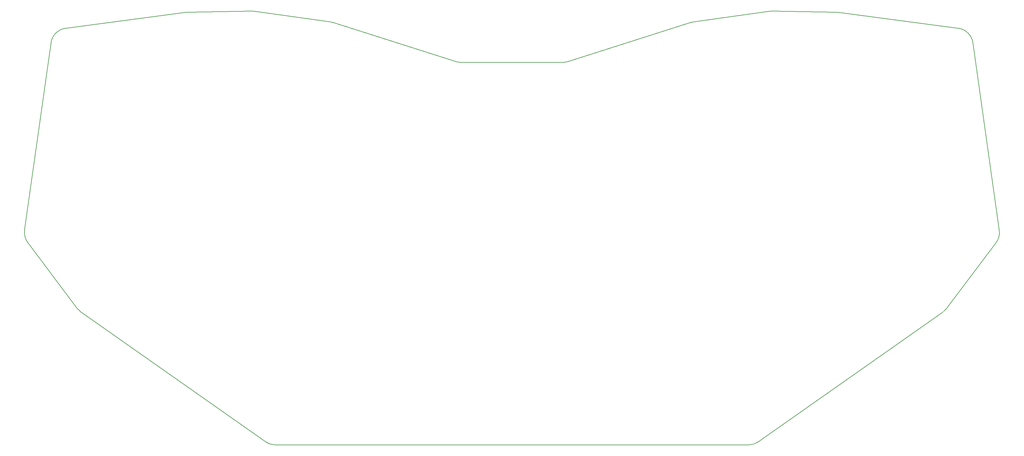
<source format=gm1>
%TF.GenerationSoftware,KiCad,Pcbnew,8.0.1*%
%TF.CreationDate,2024-04-17T22:25:28+02:00*%
%TF.ProjectId,shockboard,73686f63-6b62-46f6-9172-642e6b696361,v1.0.0*%
%TF.SameCoordinates,Original*%
%TF.FileFunction,Profile,NP*%
%FSLAX46Y46*%
G04 Gerber Fmt 4.6, Leading zero omitted, Abs format (unit mm)*
G04 Created by KiCad (PCBNEW 8.0.1) date 2024-04-17 22:25:28*
%MOMM*%
%LPD*%
G01*
G04 APERTURE LIST*
%TA.AperFunction,Profile*%
%ADD10C,0.150000*%
%TD*%
G04 APERTURE END LIST*
D10*
X353535165Y-133280833D02*
G75*
G02*
X352576978Y-136985753I-4951165J-695867D01*
G01*
X86169750Y-156162314D02*
X71719189Y-136985775D01*
X71719187Y-136985773D02*
G75*
G02*
X70760995Y-133280827I3993013J3009073D01*
G01*
X283667753Y-194735250D02*
G75*
G02*
X280792579Y-195644629I-2875153J4090450D01*
G01*
X78404854Y-78892194D02*
G75*
G02*
X82708202Y-74630231I4951336J-695866D01*
G01*
X160241181Y-72989964D02*
X195820392Y-84349288D01*
X352577005Y-136985773D02*
X338126443Y-156162316D01*
X337008441Y-157243883D02*
X283667754Y-194735251D01*
X287429813Y-69694353D02*
X305987449Y-70009407D01*
X197341111Y-84586161D02*
G75*
G02*
X195820393Y-84349286I89J5000461D01*
G01*
X264879870Y-72801755D02*
X286649075Y-69742291D01*
X82708202Y-74630227D02*
X117745638Y-70050854D01*
X286649075Y-69742291D02*
G75*
G02*
X287429813Y-69694355I695825J-4951009D01*
G01*
X228475802Y-84349289D02*
G75*
G02*
X226955084Y-84586169I-1520902J4764089D01*
G01*
X197341111Y-84586161D02*
X226955084Y-84586161D01*
X280792579Y-195644607D02*
X143503616Y-195644607D01*
X228475805Y-84349293D02*
X264055015Y-72989963D01*
X117745634Y-70050854D02*
G75*
G02*
X118308749Y-70009404I647966J-4957046D01*
G01*
X118308749Y-70009409D02*
X136866380Y-69694354D01*
X140628441Y-194735256D02*
X87287754Y-157243882D01*
X136866380Y-69694354D02*
G75*
G02*
X137647124Y-69742286I84920J-4999346D01*
G01*
X264055015Y-72989964D02*
G75*
G02*
X264879870Y-72801752I1520985J-4764236D01*
G01*
X305987447Y-70009407D02*
G75*
G02*
X306550560Y-70050854I-84847J-4998793D01*
G01*
X70761028Y-133280832D02*
X78404853Y-78892194D01*
X143503618Y-195644607D02*
G75*
G02*
X140628449Y-194735244I82J5000207D01*
G01*
X345891343Y-78892195D02*
X353535167Y-133280831D01*
X338126443Y-156162315D02*
G75*
G02*
X337008445Y-157243888I-3993243J3009115D01*
G01*
X137647123Y-69742290D02*
X159416325Y-72801754D01*
X306550560Y-70050855D02*
X341587989Y-74630224D01*
X159416325Y-72801755D02*
G75*
G02*
X160241183Y-72989959I-695825J-4951345D01*
G01*
X87287750Y-157243883D02*
G75*
G02*
X86169753Y-156162312I2874950J4090383D01*
G01*
X341587989Y-74630224D02*
G75*
G02*
X345891377Y-78892190I-647889J-4957776D01*
G01*
M02*

</source>
